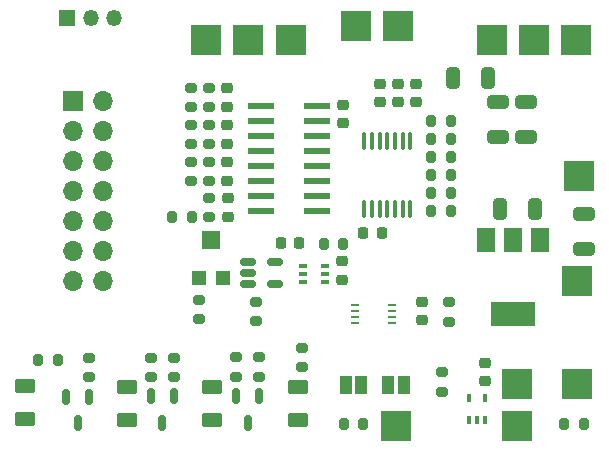
<source format=gbr>
%TF.GenerationSoftware,KiCad,Pcbnew,7.0.8*%
%TF.CreationDate,2024-04-14T12:45:35-04:00*%
%TF.ProjectId,tv desecrator,74762064-6573-4656-9372-61746f722e6b,rev?*%
%TF.SameCoordinates,Original*%
%TF.FileFunction,Soldermask,Top*%
%TF.FilePolarity,Negative*%
%FSLAX46Y46*%
G04 Gerber Fmt 4.6, Leading zero omitted, Abs format (unit mm)*
G04 Created by KiCad (PCBNEW 7.0.8) date 2024-04-14 12:45:35*
%MOMM*%
%LPD*%
G01*
G04 APERTURE LIST*
G04 Aperture macros list*
%AMRoundRect*
0 Rectangle with rounded corners*
0 $1 Rounding radius*
0 $2 $3 $4 $5 $6 $7 $8 $9 X,Y pos of 4 corners*
0 Add a 4 corners polygon primitive as box body*
4,1,4,$2,$3,$4,$5,$6,$7,$8,$9,$2,$3,0*
0 Add four circle primitives for the rounded corners*
1,1,$1+$1,$2,$3*
1,1,$1+$1,$4,$5*
1,1,$1+$1,$6,$7*
1,1,$1+$1,$8,$9*
0 Add four rect primitives between the rounded corners*
20,1,$1+$1,$2,$3,$4,$5,0*
20,1,$1+$1,$4,$5,$6,$7,0*
20,1,$1+$1,$6,$7,$8,$9,0*
20,1,$1+$1,$8,$9,$2,$3,0*%
G04 Aperture macros list end*
%ADD10RoundRect,0.225000X-0.250000X0.225000X-0.250000X-0.225000X0.250000X-0.225000X0.250000X0.225000X0*%
%ADD11R,1.000000X1.500000*%
%ADD12RoundRect,0.250000X-0.325000X-0.650000X0.325000X-0.650000X0.325000X0.650000X-0.325000X0.650000X0*%
%ADD13R,0.400000X0.650000*%
%ADD14R,2.500000X2.500000*%
%ADD15RoundRect,0.200000X0.200000X0.275000X-0.200000X0.275000X-0.200000X-0.275000X0.200000X-0.275000X0*%
%ADD16RoundRect,0.250000X0.650000X-0.325000X0.650000X0.325000X-0.650000X0.325000X-0.650000X-0.325000X0*%
%ADD17RoundRect,0.100000X-0.100000X0.637500X-0.100000X-0.637500X0.100000X-0.637500X0.100000X0.637500X0*%
%ADD18R,0.750000X0.250000*%
%ADD19R,2.184400X0.558800*%
%ADD20RoundRect,0.200000X-0.275000X0.200000X-0.275000X-0.200000X0.275000X-0.200000X0.275000X0.200000X0*%
%ADD21RoundRect,0.200000X-0.200000X-0.275000X0.200000X-0.275000X0.200000X0.275000X-0.200000X0.275000X0*%
%ADD22RoundRect,0.225000X-0.225000X-0.250000X0.225000X-0.250000X0.225000X0.250000X-0.225000X0.250000X0*%
%ADD23R,1.500000X2.000000*%
%ADD24R,3.800000X2.000000*%
%ADD25RoundRect,0.218750X0.256250X-0.218750X0.256250X0.218750X-0.256250X0.218750X-0.256250X-0.218750X0*%
%ADD26RoundRect,0.200000X0.275000X-0.200000X0.275000X0.200000X-0.275000X0.200000X-0.275000X-0.200000X0*%
%ADD27RoundRect,0.150000X-0.150000X0.512500X-0.150000X-0.512500X0.150000X-0.512500X0.150000X0.512500X0*%
%ADD28RoundRect,0.150000X-0.512500X-0.150000X0.512500X-0.150000X0.512500X0.150000X-0.512500X0.150000X0*%
%ADD29RoundRect,0.250000X0.625000X-0.375000X0.625000X0.375000X-0.625000X0.375000X-0.625000X-0.375000X0*%
%ADD30R,0.650000X0.400000*%
%ADD31RoundRect,0.225000X0.250000X-0.225000X0.250000X0.225000X-0.250000X0.225000X-0.250000X-0.225000X0*%
%ADD32R,1.200000X1.200000*%
%ADD33R,1.600000X1.500000*%
%ADD34RoundRect,0.225000X0.225000X0.250000X-0.225000X0.250000X-0.225000X-0.250000X0.225000X-0.250000X0*%
%ADD35R,1.350000X1.350000*%
%ADD36O,1.350000X1.350000*%
%ADD37R,1.700000X1.700000*%
%ADD38O,1.700000X1.700000*%
%ADD39RoundRect,0.218750X-0.256250X0.218750X-0.256250X-0.218750X0.256250X-0.218750X0.256250X0.218750X0*%
G04 APERTURE END LIST*
D10*
%TO.C,CA3*%
X47828200Y-25501000D03*
X47828200Y-27051000D03*
%TD*%
D11*
%TO.C,JP2*%
X49834800Y-51003200D03*
X48534800Y-51003200D03*
%TD*%
D12*
%TO.C,CB2*%
X57959200Y-36068000D03*
X60909200Y-36068000D03*
%TD*%
D13*
%TO.C,U6*%
X55382400Y-53985200D03*
X56032400Y-53985200D03*
X56682400Y-53985200D03*
X56682400Y-52085200D03*
X55382400Y-52085200D03*
%TD*%
D14*
%TO.C,TP6*%
X64500000Y-42220000D03*
%TD*%
D15*
%TO.C,TB1*%
X31889200Y-36753800D03*
X30239200Y-36753800D03*
%TD*%
D14*
%TO.C,TP11*%
X64668400Y-33274000D03*
%TD*%
D16*
%TO.C,CB1*%
X65100200Y-39498800D03*
X65100200Y-36548800D03*
%TD*%
D17*
%TO.C,U2*%
X50386800Y-30343000D03*
X49736800Y-30343000D03*
X49086800Y-30343000D03*
X48436800Y-30343000D03*
X47786800Y-30343000D03*
X47136800Y-30343000D03*
X46486800Y-30343000D03*
X46486800Y-36068000D03*
X47136800Y-36068000D03*
X47786800Y-36068000D03*
X48436800Y-36068000D03*
X49086800Y-36068000D03*
X49736800Y-36068000D03*
X50386800Y-36068000D03*
%TD*%
D14*
%TO.C,TP12*%
X49377600Y-20599400D03*
%TD*%
D18*
%TO.C,U3*%
X45744800Y-44208000D03*
X45744800Y-44708000D03*
X45744800Y-45208000D03*
X45744800Y-45708000D03*
X48844800Y-45708000D03*
X48844800Y-45208000D03*
X48844800Y-44708000D03*
X48844800Y-44208000D03*
%TD*%
D14*
%TO.C,TP5*%
X59436000Y-50927000D03*
%TD*%
D10*
%TO.C,CA9*%
X56692800Y-49123000D03*
X56692800Y-50673000D03*
%TD*%
D19*
%TO.C,U1*%
X37756100Y-27343600D03*
X37756100Y-28613600D03*
X37756100Y-29883600D03*
X37756100Y-31153600D03*
X37756100Y-32423600D03*
X37756100Y-33693600D03*
X37756100Y-34963600D03*
X37756100Y-36233600D03*
X42480500Y-36233600D03*
X42480500Y-34963600D03*
X42480500Y-33693600D03*
X42480500Y-32423600D03*
X42480500Y-31153600D03*
X42480500Y-29883600D03*
X42480500Y-28613600D03*
X42480500Y-27343600D03*
%TD*%
D20*
%TO.C,RC9*%
X35661600Y-48667400D03*
X35661600Y-50317400D03*
%TD*%
D21*
%TO.C,RD3*%
X63437000Y-54305200D03*
X65087000Y-54305200D03*
%TD*%
D22*
%TO.C,CA7*%
X39420800Y-39014400D03*
X40970800Y-39014400D03*
%TD*%
D14*
%TO.C,TP7*%
X49149000Y-54508400D03*
%TD*%
D20*
%TO.C,RC7*%
X28422600Y-48692800D03*
X28422600Y-50342800D03*
%TD*%
D23*
%TO.C,U7*%
X61405800Y-38683400D03*
X59105800Y-38683400D03*
D24*
X59105800Y-44983400D03*
D23*
X56805800Y-38683400D03*
%TD*%
D25*
%TO.C,ZDA2*%
X34848800Y-30556400D03*
X34848800Y-28981400D03*
%TD*%
D21*
%TO.C,RA4*%
X52146200Y-31699200D03*
X53796200Y-31699200D03*
%TD*%
D26*
%TO.C,TA1*%
X31826200Y-27482800D03*
X31826200Y-25832800D03*
%TD*%
D14*
%TO.C,TP3*%
X40259000Y-21818600D03*
%TD*%
D10*
%TO.C,CA4*%
X44677600Y-27292200D03*
X44677600Y-28842200D03*
%TD*%
D26*
%TO.C,RA5*%
X33324800Y-33755600D03*
X33324800Y-32105600D03*
%TD*%
D14*
%TO.C,TP2*%
X36677600Y-21818600D03*
%TD*%
D15*
%TO.C,RB3*%
X53796200Y-36271200D03*
X52146200Y-36271200D03*
%TD*%
D21*
%TO.C,RC4*%
X44763400Y-54305200D03*
X46413400Y-54305200D03*
%TD*%
D15*
%TO.C,RC5*%
X20548600Y-48895000D03*
X18898600Y-48895000D03*
%TD*%
%TO.C,RB1*%
X53796200Y-30175200D03*
X52146200Y-30175200D03*
%TD*%
D27*
%TO.C,QN1*%
X23175000Y-51973900D03*
X21275000Y-51973900D03*
X22225000Y-54248900D03*
%TD*%
D14*
%TO.C,TP9*%
X60883800Y-21818600D03*
%TD*%
D20*
%TO.C,RC6*%
X23190200Y-48692800D03*
X23190200Y-50342800D03*
%TD*%
%TO.C,RC10*%
X37592000Y-48667400D03*
X37592000Y-50317400D03*
%TD*%
D26*
%TO.C,RD1*%
X53060600Y-51574200D03*
X53060600Y-49924200D03*
%TD*%
D14*
%TO.C,TP1*%
X33070800Y-21818600D03*
%TD*%
D10*
%TO.C,CA1*%
X50850800Y-25501000D03*
X50850800Y-27051000D03*
%TD*%
%TO.C,CA2*%
X49326800Y-25501000D03*
X49326800Y-27051000D03*
%TD*%
D28*
%TO.C,U4*%
X36657700Y-40553600D03*
X36657700Y-41503600D03*
X36657700Y-42453600D03*
X38932700Y-42453600D03*
X38932700Y-40553600D03*
%TD*%
D20*
%TO.C,RC1*%
X32512000Y-43777400D03*
X32512000Y-45427400D03*
%TD*%
D29*
%TO.C,LED1*%
X17754600Y-53904800D03*
X17754600Y-51104800D03*
%TD*%
%TO.C,LED4*%
X40843200Y-53975000D03*
X40843200Y-51175000D03*
%TD*%
D30*
%TO.C,U5*%
X41300400Y-40940200D03*
X41300400Y-41590200D03*
X41300400Y-42240200D03*
X43200400Y-42240200D03*
X43200400Y-41590200D03*
X43200400Y-40940200D03*
%TD*%
D31*
%TO.C,CA8*%
X44602400Y-42088400D03*
X44602400Y-40538400D03*
%TD*%
D32*
%TO.C,POT1*%
X32528000Y-41932000D03*
D33*
X33528000Y-38682000D03*
D32*
X34528000Y-41932000D03*
%TD*%
D16*
%TO.C,CC3*%
X60172600Y-29975600D03*
X60172600Y-27025600D03*
%TD*%
D14*
%TO.C,TP8*%
X57327800Y-21818600D03*
%TD*%
D20*
%TO.C,RD2*%
X37338000Y-43942000D03*
X37338000Y-45592000D03*
%TD*%
D14*
%TO.C,TP13*%
X64541400Y-50952400D03*
%TD*%
D20*
%TO.C,TA2*%
X31800800Y-28956000D03*
X31800800Y-30606000D03*
%TD*%
D14*
%TO.C,TP4*%
X59436000Y-54508400D03*
%TD*%
D29*
%TO.C,LED2*%
X26416000Y-53943400D03*
X26416000Y-51143400D03*
%TD*%
D34*
%TO.C,CA5*%
X47968200Y-38100000D03*
X46418200Y-38100000D03*
%TD*%
D21*
%TO.C,RA6*%
X52146200Y-34747200D03*
X53796200Y-34747200D03*
%TD*%
D26*
%TO.C,RA1*%
X33350200Y-27481800D03*
X33350200Y-25831800D03*
%TD*%
D14*
%TO.C,TP10*%
X64439800Y-21818600D03*
%TD*%
D35*
%TO.C,CN2*%
X21342600Y-19939000D03*
D36*
X23342600Y-19939000D03*
X25342600Y-19939000D03*
%TD*%
D37*
%TO.C,CN1*%
X21869400Y-26949400D03*
D38*
X24409400Y-26949400D03*
X21869400Y-29489400D03*
X24409400Y-29489400D03*
X21869400Y-32029400D03*
X24409400Y-32029400D03*
X21869400Y-34569400D03*
X24409400Y-34569400D03*
X21869400Y-37109400D03*
X24409400Y-37109400D03*
X21869400Y-39649400D03*
X24409400Y-39649400D03*
X21869400Y-42189400D03*
X24409400Y-42189400D03*
%TD*%
D15*
%TO.C,RC2*%
X44704000Y-39065200D03*
X43054000Y-39065200D03*
%TD*%
D31*
%TO.C,CA6*%
X51384200Y-45529800D03*
X51384200Y-43979800D03*
%TD*%
D20*
%TO.C,RC11*%
X41224200Y-47866800D03*
X41224200Y-49516800D03*
%TD*%
D29*
%TO.C,LED3*%
X33629600Y-53943400D03*
X33629600Y-51143400D03*
%TD*%
D20*
%TO.C,RC3*%
X53644800Y-43992800D03*
X53644800Y-45642800D03*
%TD*%
%TO.C,RA7*%
X33350200Y-35166800D03*
X33350200Y-36816800D03*
%TD*%
%TO.C,TA3*%
X31826200Y-32105600D03*
X31826200Y-33755600D03*
%TD*%
D15*
%TO.C,RB2*%
X53796200Y-33223200D03*
X52146200Y-33223200D03*
%TD*%
D39*
%TO.C,ZDA1*%
X34848800Y-25869300D03*
X34848800Y-27444300D03*
%TD*%
D12*
%TO.C,CC1*%
X53998600Y-24993600D03*
X56948600Y-24993600D03*
%TD*%
D14*
%TO.C,TP14*%
X45796200Y-20599400D03*
%TD*%
D21*
%TO.C,RA3*%
X52147200Y-28651200D03*
X53797200Y-28651200D03*
%TD*%
D27*
%TO.C,QN3*%
X37566600Y-51943000D03*
X35666600Y-51943000D03*
X36616600Y-54218000D03*
%TD*%
D11*
%TO.C,JP1*%
X44928000Y-51003200D03*
X46228000Y-51003200D03*
%TD*%
D16*
%TO.C,CC2*%
X57835800Y-29972000D03*
X57835800Y-27022000D03*
%TD*%
D20*
%TO.C,RA2*%
X33324800Y-28956000D03*
X33324800Y-30606000D03*
%TD*%
D25*
%TO.C,ZDB1*%
X34925000Y-36779400D03*
X34925000Y-35204400D03*
%TD*%
D27*
%TO.C,QN2*%
X30348000Y-51968400D03*
X28448000Y-51968400D03*
X29398000Y-54243400D03*
%TD*%
D39*
%TO.C,ZDA3*%
X34848800Y-32156400D03*
X34848800Y-33731400D03*
%TD*%
D20*
%TO.C,RC8*%
X30353000Y-48692800D03*
X30353000Y-50342800D03*
%TD*%
M02*

</source>
